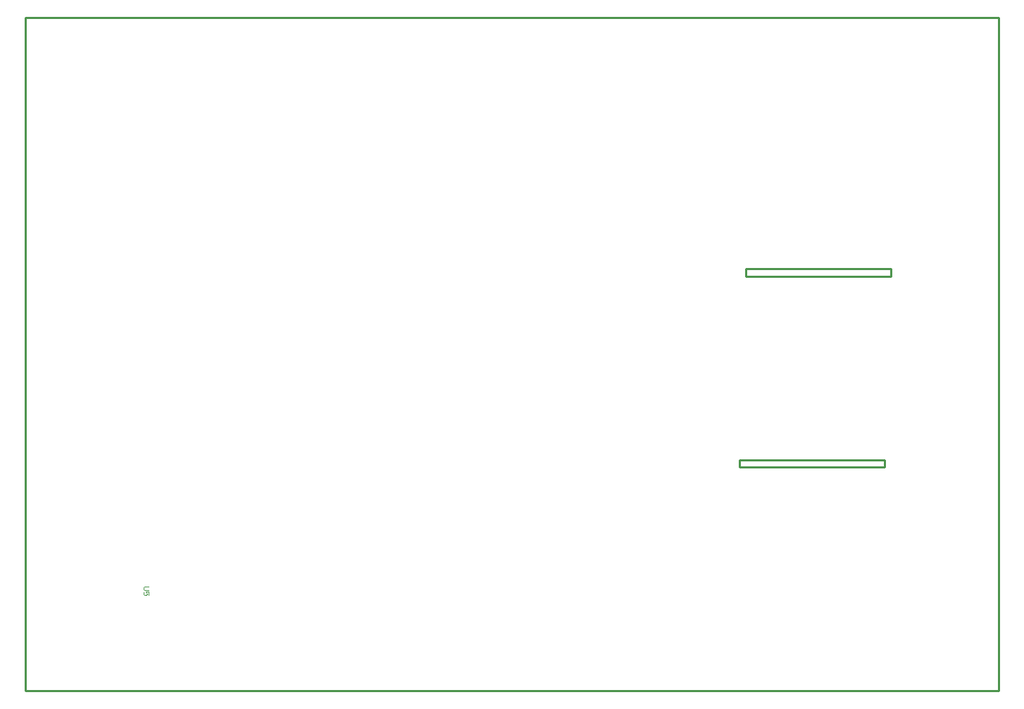
<source format=gbr>
%FSTAX23Y23*%
%MOIN*%
%SFA1B1*%

%IPPOS*%
%ADD16C,0.010000*%
%ADD119C,0.003940*%
%LNpcb_mechanical_1-1*%
%LPD*%
G54D16*
X058Y03455D02*
X06485D01*
Y0342D02*
Y03455D01*
X058Y0342D02*
X06485D01*
X058D02*
Y03455D01*
X0577Y02515D02*
Y0255D01*
Y02515D02*
X06455D01*
Y0255*
X0577D02*
X06455D01*
X069Y04645D02*
X06995D01*
X0239D02*
X069D01*
X0239Y0442D02*
Y04645D01*
Y0442D02*
Y01455D01*
X06995*
Y04645D02*
Y01455D01*
G54D119*
X02973Y0195D02*
X02953D01*
X0295Y01946*
Y01938*
X02953Y01934*
X02973*
Y0191D02*
Y01926D01*
X02961*
X02965Y01918*
Y01914*
X02961Y0191*
X02953*
X0295Y01914*
Y01922*
X02953Y01926*
M02*
</source>
